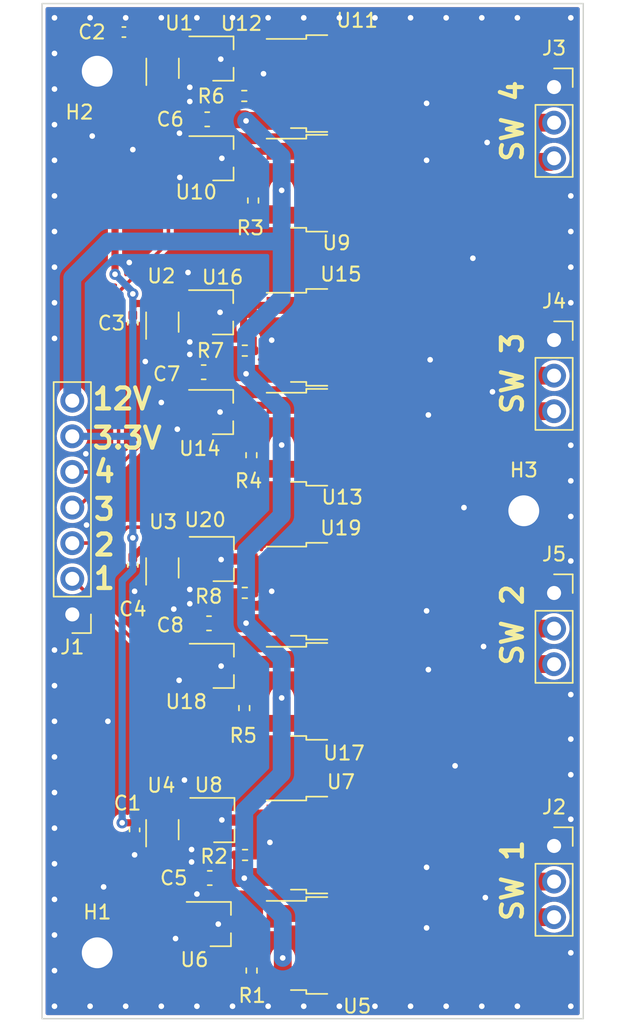
<source format=kicad_pcb>
(kicad_pcb (version 20211014) (generator pcbnew)

  (general
    (thickness 1.6)
  )

  (paper "A4")
  (layers
    (0 "F.Cu" signal)
    (31 "B.Cu" signal)
    (32 "B.Adhes" user "B.Adhesive")
    (33 "F.Adhes" user "F.Adhesive")
    (34 "B.Paste" user)
    (35 "F.Paste" user)
    (36 "B.SilkS" user "B.Silkscreen")
    (37 "F.SilkS" user "F.Silkscreen")
    (38 "B.Mask" user)
    (39 "F.Mask" user)
    (40 "Dwgs.User" user "User.Drawings")
    (41 "Cmts.User" user "User.Comments")
    (42 "Eco1.User" user "User.Eco1")
    (43 "Eco2.User" user "User.Eco2")
    (44 "Edge.Cuts" user)
    (45 "Margin" user)
    (46 "B.CrtYd" user "B.Courtyard")
    (47 "F.CrtYd" user "F.Courtyard")
    (48 "B.Fab" user)
    (49 "F.Fab" user)
    (50 "User.1" user)
    (51 "User.2" user)
    (52 "User.3" user)
    (53 "User.4" user)
    (54 "User.5" user)
    (55 "User.6" user)
    (56 "User.7" user)
    (57 "User.8" user)
    (58 "User.9" user)
  )

  (setup
    (stackup
      (layer "F.SilkS" (type "Top Silk Screen"))
      (layer "F.Paste" (type "Top Solder Paste"))
      (layer "F.Mask" (type "Top Solder Mask") (thickness 0.01))
      (layer "F.Cu" (type "copper") (thickness 0.035))
      (layer "dielectric 1" (type "core") (thickness 1.51) (material "FR4") (epsilon_r 4.5) (loss_tangent 0.02))
      (layer "B.Cu" (type "copper") (thickness 0.035))
      (layer "B.Mask" (type "Bottom Solder Mask") (thickness 0.01))
      (layer "B.Paste" (type "Bottom Solder Paste"))
      (layer "B.SilkS" (type "Bottom Silk Screen"))
      (copper_finish "None")
      (dielectric_constraints no)
    )
    (pad_to_mask_clearance 0)
    (aux_axis_origin 122.301 132.334)
    (pcbplotparams
      (layerselection 0x00010fc_ffffffff)
      (disableapertmacros false)
      (usegerberextensions false)
      (usegerberattributes true)
      (usegerberadvancedattributes true)
      (creategerberjobfile true)
      (svguseinch false)
      (svgprecision 6)
      (excludeedgelayer true)
      (plotframeref false)
      (viasonmask false)
      (mode 1)
      (useauxorigin false)
      (hpglpennumber 1)
      (hpglpenspeed 20)
      (hpglpendiameter 15.000000)
      (dxfpolygonmode true)
      (dxfimperialunits true)
      (dxfusepcbnewfont true)
      (psnegative false)
      (psa4output false)
      (plotreference true)
      (plotvalue true)
      (plotinvisibletext false)
      (sketchpadsonfab false)
      (subtractmaskfromsilk false)
      (outputformat 1)
      (mirror false)
      (drillshape 1)
      (scaleselection 1)
      (outputdirectory "")
    )
  )

  (net 0 "")
  (net 1 "+12V")
  (net 2 "GND")
  (net 3 "Net-(J2-Pad2)")
  (net 4 "Net-(J4-Pad2)")
  (net 5 "Net-(J5-Pad2)")
  (net 6 "Net-(R1-Pad2)")
  (net 7 "Net-(R2-Pad2)")
  (net 8 "Net-(R3-Pad2)")
  (net 9 "Net-(R4-Pad2)")
  (net 10 "Net-(R5-Pad2)")
  (net 11 "Net-(R6-Pad2)")
  (net 12 "Net-(R7-Pad2)")
  (net 13 "Net-(R8-Pad2)")
  (net 14 "Net-(J1-Pad5)")
  (net 15 "Net-(U1-Pad4)")
  (net 16 "+3V3")
  (net 17 "Net-(J1-Pad4)")
  (net 18 "Net-(U16-Pad1)")
  (net 19 "Net-(J1-Pad3)")
  (net 20 "Net-(U20-Pad1)")
  (net 21 "Net-(J1-Pad2)")
  (net 22 "Net-(U4-Pad4)")
  (net 23 "Net-(J2-Pad3)")
  (net 24 "Net-(J3-Pad3)")
  (net 25 "Net-(J4-Pad3)")
  (net 26 "Net-(J5-Pad3)")
  (net 27 "Net-(J3-Pad2)")

  (footprint "Capacitor_SMD:C_0603_1608Metric_Pad1.08x0.95mm_HandSolder" (layer "F.Cu") (at 134.0855 68.199 180))

  (footprint "Package_TO_SOT_SMD:SOT-23_Handsoldering" (layer "F.Cu") (at 135.1806 81.961))

  (footprint "Connector_PinSocket_2.54mm:PinSocket_1x03_P2.54mm_Vertical" (layer "F.Cu") (at 158.8266 101.976))

  (footprint "Package_TO_SOT_SMD:SOT-23_Handsoldering" (layer "F.Cu") (at 135.2286 99.553))

  (footprint "MountingHole:MountingHole_2.2mm_M2_DIN965_Pad" (layer "F.Cu") (at 126.238 127.635))

  (footprint "MountingHole:MountingHole_2.2mm_M2_DIN965_Pad" (layer "F.Cu") (at 126.238 64.77))

  (footprint "Package_TO_SOT_SMD:TO-252-2" (layer "F.Cu") (at 143.6216 83.7464))

  (footprint "Package_TO_SOT_SMD:SOT-23_Handsoldering" (layer "F.Cu") (at 135.2286 107.173))

  (footprint "Package_TO_SOT_SMD:SOT-23_Handsoldering" (layer "F.Cu") (at 135.2046 70.978))

  (footprint "Resistor_SMD:R_0402_1005Metric_Pad0.72x0.64mm_HandSolder" (layer "F.Cu") (at 137.3636 73.9885 90))

  (footprint "Package_TO_SOT_SMD:SOT-353_SC-70-5_Handsoldering" (layer "F.Cu") (at 130.8866 100.188 90))

  (footprint "Resistor_SMD:R_0402_1005Metric_Pad0.72x0.64mm_HandSolder" (layer "F.Cu") (at 136.7286 110.1835 90))

  (footprint "Capacitor_SMD:C_0603_1608Metric_Pad1.08x0.95mm_HandSolder" (layer "F.Cu") (at 133.8315 86.233 180))

  (footprint "MountingHole:MountingHole_2.2mm_M2_DIN965_Pad" (layer "F.Cu") (at 156.6672 96.1136))

  (footprint "Capacitor_SMD:C_0402_1005Metric_Pad0.74x0.62mm_HandSolder" (layer "F.Cu") (at 128.143 61.976 180))

  (footprint "Connector_PinHeader_2.54mm:PinHeader_1x07_P2.54mm_Vertical" (layer "F.Cu") (at 124.46 103.505 180))

  (footprint "Package_TO_SOT_SMD:SOT-353_SC-70-5_Handsoldering" (layer "F.Cu") (at 130.8866 82.662 90))

  (footprint "Package_TO_SOT_SMD:SOT-23_Handsoldering" (layer "F.Cu") (at 135.0172 125.587))

  (footprint "Package_TO_SOT_SMD:TO-252-2" (layer "F.Cu") (at 143.6216 72.756))

  (footprint "Package_TO_SOT_SMD:TO-252-2" (layer "F.Cu") (at 143.6216 90.874666))

  (footprint "Capacitor_SMD:C_0402_1005Metric_Pad0.74x0.62mm_HandSolder" (layer "F.Cu") (at 128.778 82.7365 -90))

  (footprint "Package_TO_SOT_SMD:SOT-353_SC-70-5_Handsoldering" (layer "F.Cu") (at 130.9016 64.561 90))

  (footprint "Connector_PinSocket_2.54mm:PinSocket_1x03_P2.54mm_Vertical" (layer "F.Cu") (at 158.8266 120.015))

  (footprint "Connector_PinSocket_2.54mm:PinSocket_1x03_P2.54mm_Vertical" (layer "F.Cu") (at 158.8266 65.898))

  (footprint "Resistor_SMD:R_0402_1005Metric_Pad0.72x0.64mm_HandSolder" (layer "F.Cu") (at 136.7661 101.966))

  (footprint "Resistor_SMD:R_0402_1005Metric_Pad0.72x0.64mm_HandSolder" (layer "F.Cu") (at 136.7661 84.694))

  (footprint "Resistor_SMD:R_0402_1005Metric_Pad0.72x0.64mm_HandSolder" (layer "F.Cu") (at 136.7286 66.533))

  (footprint "Capacitor_SMD:C_0603_1608Metric_Pad1.08x0.95mm_HandSolder" (layer "F.Cu") (at 134.2125 104.14 180))

  (footprint "Package_TO_SOT_SMD:SOT-23_Handsoldering" (layer "F.Cu") (at 135.1806 89.073))

  (footprint "Package_TO_SOT_SMD:TO-252-2" (layer "F.Cu") (at 143.6216 127.112))

  (footprint "Resistor_SMD:R_0402_1005Metric_Pad0.72x0.64mm_HandSolder" (layer "F.Cu") (at 137.2366 92.1495 90))

  (footprint "Package_TO_SOT_SMD:TO-252-2" (layer "F.Cu") (at 143.6216 65.645))

  (footprint "Package_TO_SOT_SMD:TO-252-2" (layer "F.Cu") (at 143.6216 101.8478))

  (footprint "Package_TO_SOT_SMD:SOT-23_Handsoldering" (layer "F.Cu") (at 135.2698 118.1702))

  (footprint "Resistor_SMD:R_0402_1005Metric_Pad0.72x0.64mm_HandSolder" (layer "F.Cu") (at 136.7831 120.6594))

  (footprint "Capacitor_SMD:C_0603_1608Metric_Pad1.08x0.95mm_HandSolder" (layer "F.Cu") (at 134.2655 122.301 180))

  (footprint "Package_TO_SOT_SMD:TO-252-2" (layer "F.Cu") (at 143.6216 119.9492))

  (footprint "Package_TO_SOT_SMD:SOT-23_Handsoldering" (layer "F.Cu") (at 135.2046 63.866))

  (footprint "Connector_PinSocket_2.54mm:PinSocket_1x03_P2.54mm_Vertical" (layer "F.Cu") (at 158.8266 83.937))

  (footprint "Capacitor_SMD:C_0402_1005Metric_Pad0.74x0.62mm_HandSolder" (layer "F.Cu") (at 128.905 118.872 -90))

  (footprint "Resistor_SMD:R_0402_1005Metric_Pad0.72x0.64mm_HandSolder" (layer "F.Cu") (at 137.2524 128.9011 90))

  (footprint "Capacitor_SMD:C_0402_1005Metric_Pad0.74x0.62mm_HandSolder" (layer "F.Cu") (at 128.778 100.0085 -90))

  (footprint "Package_TO_SOT_SMD:TO-252-2" (layer "F.Cu") (at 143.6216 108.993332))

  (footprint "Package_TO_SOT_SMD:SOT-353_SC-70-5_Handsoldering" (layer "F.Cu") (at 130.8866 118.857 90))

  (gr_rect (start 122.301 59.944) (end 160.909 132.334) (layer "Edge.Cuts") (width 0.1) (fill none) (tstamp 0dfd4f23-d76b-4837-8355-dcc44f29a5ac))
  (gr_text "12V" (at 128.016 88.138) (layer "F.SilkS") (tstamp 15fbd914-c45e-4580-b3b7-5fa94b1c21ba)
    (effects (font (size 1.5 1.5) (thickness 0.3)))
  )
  (gr_text "SW 1" (at 155.8544 122.4788 90) (layer "F.SilkS") (tstamp 23ad5eef-9c2a-4f8a-b7e4-a4b31bf86a41)
    (effects (font (size 1.5 1.5) (thickness 0.3)))
  )
  (gr_text "4" (at 126.746 93.3196) (layer "F.SilkS") (tstamp 2c0306d8-cf92-4712-baf1-beeb36e0dcd0)
    (effects (font (size 1.5 1.5) (thickness 0.3)))
  )
  (gr_text "SW 4" (at 155.8544 68.326 90) (layer "F.SilkS") (tstamp 51f99c4a-01a9-4074-ba1a-f3c089070e88)
    (effects (font (size 1.5 1.5) (thickness 0.3)))
  )
  (gr_text "SW 2" (at 155.8544 104.2416 90) (layer "F.SilkS") (tstamp 7ddbae88-4958-4893-9297-e1bbc0e850c5)
    (effects (font (size 1.5 1.5) (thickness 0.3)))
  )
  (gr_text "SW 3" (at 155.8544 86.3092 90) (layer "F.SilkS") (tstamp 8443d69a-8987-4ca4-9874-f7e711d36cf0)
    (effects (font (size 1.5 1.5) (thickness 0.3)))
  )
  (gr_text "3" (at 126.746 96.012) (layer "F.SilkS") (tstamp cc1f3708-6fc2-4b2c-b2ed-f41f3b5cc170)
    (effects (font (size 1.5 1.5) (thickness 0.3)))
  )
  (gr_text "2" (at 126.746 98.552) (layer "F.SilkS") (tstamp e194d524-828b-4593-96fa-4f2ddd982e75)
    (effects (font (size 1.5 1.5) (thickness 0.3)))
  )
  (gr_text "1" (at 126.746 100.9396) (layer "F.SilkS") (tstamp ea8e52c1-d85c-4fa7-a80f-8ec3374a3f08)
    (effects (font (size 1.5 1.5) (thickness 0.3)))
  )
  (gr_text "3.3V" (at 128.373143 90.932) (layer "F.SilkS") (tstamp ede38a35-337d-4ddd-bd9b-677128e7ea5d)
    (effects (font (size 1.5 1.5) (thickness 0.3)))
  )

  (segment (start 138.9716 74.586) (end 139.4216 75.036) (width 0.508) (layer "F.Cu") (net 1) (tstamp 043abbe3-7b0c-434b-a676-4bc980eb63d0))
  (segment (start 136.7436 86.233) (end 136.8556 86.345) (width 1.27) (layer "F.Cu") (net 1) (tstamp 0997e0d1-eab2-4c77-8f17-55200695e1b5))
  (segment (start 139.103 86.345) (end 139.4216 86.0264) (width 1.27) (layer "F.Cu") (net 1) (tstamp 0d8b102d-e91b-4d37-a03c-fa46b52fa0ee))
  (segment (start 135.128 122.301) (end 136.7182 122.301) (width 1.27) (layer "F.Cu") (net 1) (tstamp 15802541-60fa-4d5d-a7b3-fb674f6d10ae))
  (segment (start 139.0356 68.311) (end 139.4216 67.925) (width 1.27) (layer "F.Cu") (net 1) (tstamp 1dbd12fa-1ac4-4460-97b2-768096054e8b))
  (segment (start 136.8556 86.345) (end 139.103 86.345) (width 1.27) (layer "F.Cu") (net 1) (tstamp 289bc843-e2c0-470c-b16d-177e38cf1a37))
  (segment (start 139.3916 129.4986) (end 139.4882 129.5952) (width 0.508) (layer "F.Cu") (net 1) (tstamp 2a1e2e27-b6c8-4a01-b766-14d5d664e644))
  (segment (start 139.3956 75.01) (end 139.4216 75.036) (width 1.27) (layer "F.Cu") (net 1) (tstamp 407ab50a-39cc-4478-9732-7ed3e68f31da))
  (segment (start 136.1686 84.694) (end 136.1686 85.658) (width 0.508) (layer "F.Cu") (net 1) (tstamp 4db6379a-8318-4dc8-a811-51f56014c351))
  (segment (start 139.3956 91.425) (end 139.3956 93.128666) (width 1.27) (layer "F.Cu") (net 1) (tstamp 512f5862-6c45-4de5-9c6c-ca14a768d9f6))
  (segment (start 134.948 68.199) (end 136.7436 68.199) (width 1.27) (layer "F.Cu") (net 1) (tstamp 5408ce57-efd6-4c81-aeb9-371f8c2628c0))
  (segment (start 139.013934 92.747) (end 139.4216 93.154666) (width 0.508) (layer "F.Cu") (net 1) (tstamp 577da2a6-ad98-4862-9c3c-99f141706333))
  (segment (start 136.8556 68.311) (end 139.0356 68.311) (width 1.27) (layer "F.Cu") (net 1) (tstamp 608ccb82-ad93-4e4a-a93f-82d5a807b6fb))
  (segment (start 136.8406 104.14) (end 136.8556 104.125) (width 1.27) (layer "F.Cu") (net 1) (tstamp 62a09b4a-a7ac-4fb8-9879-ecd4aad2c9ca))
  (segment (start 139.4718 129.5788) (end 139.4882 129.5952) (width 1.27) (layer "F.Cu") (net 1) (tstamp 66ea9009-e121-4271-9ba9-b4872c0d4cf1))
  (segment (start 139.3956 73.264) (end 139.3956 75.01) (width 1.27) (layer "F.Cu") (net 1) (tstamp 6c466ccd-cd0b-401d-8c9d-7939fdc9fdcd))
  (segment (start 136.7286 110.781) (end 136.7806 110.781) (width 0.508) (layer "F.Cu") (net 1) (tstamp 6c5166d6-fccf-406c-bac3-7d424c2a68ac))
  (segment (start 139.3956 93.128666) (end 139.4216 93.154666) (width 1.27) (layer "F.Cu") (net 1) (tstamp 73f9a8a4-ecc2-49a9-b80d-3444224228d5))
  (segment (start 137.3636 74.586) (end 138.9716 74.586) (width 0.508) (layer "F.Cu") (net 1) (tstamp 7fc51b02-3f76-481a-9952-70423aa3fa3e))
  (segment (start 136.1686 85.658) (end 136.8556 86.345) (width 0.508) (layer "F.Cu") (net 1) (tstamp 80b9969f-2b23-4926-8ff0-e76c274a1ec0))
  (segment (start 136.1311 67.5865) (end 136.8556 68.311) (width 0.508) (layer "F.Cu") (net 1) (tstamp 892bfd57-7017-4c27-a507-dd0e52b0141d))
  (segment (start 134.694 86.233) (end 136.7436 86.233) (width 1.27) (layer "F.Cu") (net 1) (tstamp 8de5450c-1f4d-4a4b-ba45-d81b3fa94bcb))
  (segment (start 136.8108 122.2292) (end 136.7286 122.3114) (width 1.27) (layer "F.Cu") (net 1) (tstamp aa3c94bb-6621-42dd-b145-64ad0a1e824f))
  (segment (start 139.4718 128.001) (end 139.4718 129.5788) (width 1.27) (layer "F.Cu") (net 1) (tstamp abb9234f-8508-4670-9f04-dae7a609b51b))
  (segment (start 136.1856 121.7684) (end 136.7286 122.3114) (width 0.508) (layer "F.Cu") (net 1) (tstamp aeb77a42-4566-4135-8d83-4dee97296864))
  (segment (start 136.1686 103.438) (end 136.8556 104.125) (width 0.508) (layer "F.Cu") (net 1) (tstamp c2783d5b-5859-4b76-8572-5654c1a954c1))
  (segment (start 139.3956 109.459) (end 139.3956 111.247332) (width 1.27) (layer "F.Cu") (net 1) (tstamp c2b6c077-86b0-4496-9568-c49d7265fb63))
  (segment (start 136.7436 68.199) (end 136.8556 68.311) (width 1.27) (layer "F.Cu") (net 1) (tstamp cc443243-d5bd-486f-9838-d245020f45d1))
  (segment (start 137.2524 129.4986) (end 139.3916 129.4986) (width 0.508) (layer "F.Cu") (net 1) (tstamp cd0606b2-1386-4130-a216-866072832149))
  (segment (start 139.4188 104.125) (end 139.4216 104.1278) (width 1.27) (layer "F.Cu") (net 1) (tstamp cf245ea0-842a-4ee2-ad9f-f73c8061fb8e))
  (segment (start 136.8556 104.125) (end 139.4188 104.125) (width 1.27) (layer "F.Cu") (net 1) (tstamp cf2d619a-fde9-4ccd-af86-a8677218314b))
  (segment (start 136.7182 122.301) (end 136.7286 122.3114) (width 1.27) (layer "F.Cu") (net 1) (tstamp d18c6d7a-7ea7-481b-a545-9b0475ad239e))
  (segment (start 139.3956 111.247332) (end 139.4216 111.273332) (width 1.27) (layer "F.Cu") (net 1) (tstamp d1b26980-aa74-433f-82ec-8c30af015569))
  (segment (start 137.2366 92.747) (end 139.013934 92.747) (width 0.508) (layer "F.Cu") (net 1) (tstamp d4aba051-821b-4ef9-bd9b-a6e8387c7700))
  (segment (start 135.075 104.14) (end 136.8406 104.14) (width 1.27) (layer "F.Cu") (net 1) (tstamp d4ada29e-d5d6-413d-a2ba-2d4fb7eeaf43))
  (segment (start 137.272932 111.273332) (end 139.4216 111.273332) (width 0.508) (layer "F.Cu") (net 1) (tstamp dc866f1f-9d0b-498c-b332-85845ffec7b5))
  (segment (start 136.1856 120.6594) (end 136.1856 121.7684) (width 0.508) (layer "F.Cu") (net 1) (tstamp dd347858-5605-46ce-9b07-f55a372eced5))
  (segment (start 139.5108 122.2292) (end 136.8108 122.2292) (width 1.27) (layer "F.Cu") (net 1) (tstamp f0baa528-d57a-4f8d-be9d-469ed12ef6ba))
  (segment (start 136.1311 66.533) (end 136.1311 67.5865) (width 0.508) (layer "F.Cu") (net 1) (tstamp f793d9f8-9f5a-4d0a-9c50-9d129ad5d8f8))
  (segment (start 136.7806 110.781) (end 137.272932 111.273332) (width 0.508) (layer "F.Cu") (net 1) (tstamp f875eb44-2fcc-408e-9616-cc3280aad5b1))
  (segment (start 136.1686 101.966) (end 136.1686 103.438) (width 0.508) (layer "F.Cu") (net 1) (tstamp fb67a08c-aafd-4aae-b9a1-e316b3683fb2))
  (via (at 139.3956 91.425) (size 0.8) (drill 0.4) (layers "F.Cu" "B.Cu") (net 1) (tstamp 167384d3-1c3d-4967-a50e-15a2727abe66))
  (via (at 139.3956 109.459) (size 0.8) (drill 0.4) (layers "F.Cu" "B.Cu") (net 1) (tstamp 4a584cca-17b3-4c32-b623-42b6cbc6a35f))
  (via (at 136.8556 104.125) (size 0.8) (drill 0.4) (layers "F.Cu" "B.Cu") (net 1) (tstamp 4b0cd862-da3b-4b33-85b1-fbcaa54785e2))
  (via (at 139.4718 128.001) (size 0.8) (drill 0.4) (layers "F.Cu" "B.Cu") (net 1) (tstamp 6c2b9a2e-1583-4282-8209-5680aa813dbe))
  (via (at 136.8556 68.311) (size 0.8) (drill 0.4) (layers "F.Cu" "B.Cu") (net 1) (tstamp 74ba2513-0fe6-4ca0-91c0-c3e421487501))
  (via (at 139.3956 73.264) (size 0.8) (drill 0.4) (layers "F.Cu" "B.Cu") (net 1) (tstamp 963fb7e8-b40b-4517-b8d9-678ca432dafe))
  (via (at 136.7286 122.3114) (size 0.8) (drill 0.4) (layers "F.Cu" "B.Cu") (net 1) (tstamp ce96ff90-fd94-4446-9756-302c963c0688))
  (via (at 136.8556 86.345) (size 0.8) (drill 0.4) (layers "F.Cu" "B.Cu") (net 1) (tstamp ec729b50-3bbc-4a71-8b00-7dcb53f52ad2))
  (segment (start 139.3956 109.459) (end 139.3956 114.8584) (width 1.27) (layer "B.Cu") (net 1) (tstamp 1b06c79b-ad81-4135-b4a8-36267eabd108))
  (segment (start 136.8556 68.311) (end 139.3956 70.851) (width 1.27) (layer "B.Cu") (net 1) (tstamp 3bbbac11-f405-4861-9140-2735f84b4d0c))
  (segment (start 139.3956 80.9494) (end 136.8556 83.4894) (width 1.27) (layer "B.Cu") (net 1) (tstamp 3daf67ef-0484-499c-9f00-a2a39f38824c))
  (segment (start 139.3956 96.4434) (end 136.8556 98.9834) (width 1.27) (layer "B.Cu") (net 1) (tstamp 491e55fc-51fc-4d31-85e3-beaf7a65795d))
  (segment (start 136.7286 117.5254) (end 136.7286 122.3114) (width 1.27) (layer "B.Cu") (net 1) (tstamp 49bf50af-cd41-4ad7-9661-9a00d843c4ac))
  (segment (start 139.3956 76.9116) (end 139.3956 80.9494) (width 1.27) (layer "B.Cu") (net 1) (tstamp 59a77055-cbf1-4b7a-9d4c-1e77e908fea4))
  (segment (start 139.3956 73.264) (end 139.3956 76.9116) (width 1.27) (layer "B.Cu") (net 1) (tstamp 62068e3c-0c8b-4c5f-a6c8-55ea90f1b9df))
  (segment (start 136.7286 122.3114) (end 139.4718 125.0546) (width 1.27) (layer "B.Cu") (net 1) (tstamp 6f06f01a-30a9-4bca-84a0-e697a88b32ea))
  (segment (start 139.3956 76.9116) (end 127.0504 76.9116) (width 1.27) (layer "B.Cu") (net 1) (tstamp 6f6a343d-2661-450b-9578-093ca5a0e815))
  (segment (start 136.8556 86.345) (end 139.3956 88.885) (width 1.27) (layer "B.Cu") (net 1) (tstamp 75c3847d-deb5-4939-8413-694c38401b76))
  (segment (start 139.3956 106.665) (end 139.3956 109.459) (width 1.27) (layer "B.Cu") (net 1) (tstamp 773f9e73-5da8-4fa6-8830-e2f77bb6c669))
  (segment (start 139.3956 91.425) (end 139.3956 96.4434) (width 1.27) (layer "B.Cu") (net 1) (tstamp 93220df8-97de-43cf-9164-4c758758e37c))
  (segment (start 136.8556 83.4894) (end 136.8556 86.345) (width 1.27) (layer "B.Cu") (net 1) (tstamp 96c4d2bc-3f01-47a8-83d2-2341ca4ce4b3))
  (segment (start 127.0504 76.9116) (end 124.46 79.502) (width 1.27) (layer "B.Cu") (net 1) (tstamp 9e63e8dd-39fb-4e4c-8602-25e4c0d057e6))
  (segment (start 139.3956 114.8584) (end 136.7286 117.5254) (width 1.27) (layer "B.Cu") (net 1) (tstamp a599cffe-c329-403e-ad89-ba10a8527c79))
  (segment (start 139.3956 70.851) (end 139.3956 73.264) (width 1.27) (layer "B.Cu") (net 1) (tstamp aa53a198-fcb0-4b88-958c-d2a44324208e))
  (segment (start 139.3956 88.885) (end 139.3956 91.425) (width 1.27) (layer "B.Cu") (net 1) (tstamp e6ff2c05-8078-4d54-9485-91c440270443))
  (segment (start 124.46 79.502) (end 124.46 88.265) (width 1.27) (layer "B.Cu") (net 1) (tstamp f1ab5756-adc7-46ed-897c-e4b602ecf483))
  (segment (start 136.8556 98.9834) (end 136.8556 104.125) (width 1.27) (layer "B.Cu") (net 1) (tstamp f56542e5-0714-43f5-9cb2-3a8c64df777e))
  (segment (start 136.8556 104.125) (end 139.3956 106.665) (width 1.27) (layer "B.Cu") (net 1) (tstamp fa187fba-e57b-48ea-9317-77954da67350))
  (segment (start 139.4718 125.0546) (end 139.4718 128.001) (width 1.27) (layer "B.Cu") (net 1) (tstamp fe358562-b95f-431d-b434-2a199a87b501))
  (via (at 123.19 60.96) (size 0.8) (drill 0.4) (layers "F.Cu" "B.Cu") (free) (net 2) (tstamp 00515602-c95e-438f-8f37-78f59667b015))
  (via (at 160.02 109.22) (size 0.8) (drill 0.4) (layers "F.Cu" "B.Cu") (free) (net 2) (tstamp 00f33260-a943-4dc2-8301-033d7cd47f1c))
  (via (at 123.19 66.04) (size 0.8) (drill 0.4) (layers "F.Cu" "B.Cu") (free) (net 2) (tstamp 085a7623-6df9-476c-a4db-627b28dc0220))
  (via (at 160.02 96.52) (size 0.8) (drill 0.4) (layers "F.Cu" "B.Cu") (free) (net 2) (tstamp 0a63d342-7ecf-4f8d-ad39-68d3f54f38e9))
  (via (at 138.43 60.96) (size 0.8) (drill 0.4) (layers "F.Cu" "B.Cu") (free) (net 2) (tstamp 0e8ac5b7-6b67-4395-a689-10528bba2324))
  (via (at 123.19 78.74) (size 0.8) (drill 0.4) (layers "F.Cu" "B.Cu") (free) (net 2) (tstamp 0f25dcba-a97d-4ab6-ac96-5fed741cd5cb))
  (via (at 132.969 120.269) (size 0.8) (drill 0.4) (layers "F.Cu" "B.Cu") (free) (net 2) (tstamp 0f6362bb-f473-4023-98f5-1c4ea79a23be))
  (via (at 153.67 131.445) (size 0.8) (drill 0.4) (layers "F.Cu" "B.Cu") (free) (net 2) (tstamp 1098c13b-2ee8-42ef-96ae-200cb4180a63))
  (via (at 154.432 87.63) (size 0.8) (drill 0.4) (layers "F.Cu" "B.Cu") (free) (net 2) (tstamp 10b1a52f-35c8-45b5-bce4-8999ae1a5a10))
  (via (at 123.19 63.5) (size 0.8) (drill 0.4) (layers "F.Cu" "B.Cu") (free) (net 2) (tstamp 12ef0e2f-71a6-4a25-a31f-390523c25a32))
  (via (at 123.19 126.365) (size 0.8) (drill 0.4) (layers "F.Cu" "B.Cu") (free) (net 2) (tstamp 15f2de2c-7d7d-4283-8467-9ec48fa83481))
  (via (at 131.953 90.297) (size 0.8) (drill 0.4) (layers "F.Cu" "B.Cu") (free) (net 2) (tstamp 15fefffa-fe74-4824-901e-b26904735865))
  (via (at 160.02 60.96) (size 0.8) (drill 0.4) (layers "F.Cu" "B.Cu") (free) (net 2) (tstamp 16a7e2e8-4848-4c97-adc8-70f927f5ef47))
  (via (at 140.97 60.96) (size 0.8) (drill 0.4) (layers "F.Cu" "B.Cu") (free) (net 2) (tstamp 16d04bb0-528e-44f8-8bb3-2f4e4e104593))
  (via (at 156.21 60.96) (size 0.8) (drill 0.4) (layers "F.Cu" "B.Cu") (free) (net 2) (tstamp 1ab445b0-de18-4708-a197-52fd13f38efa))
  (via (at 123.19 121.285) (size 0.8) (drill 0.4) (layers "F.Cu" "B.Cu") (free) (net 2) (tstamp 1b872ec2-1e7e-46ef-a86a-e7222cb59c85))
  (via (at 125.4252 92.0496) (size 0.8) (drill 0.4) (layers "F.Cu" "B.Cu") (free) (net 2) (tstamp 1c29d939-6905-437a-8dd9-3573d2b89dc5))
  (via (at 160.02 114.935) (size 0.8) (drill 0.4) (layers "F.Cu" "B.Cu") (free) (net 2) (tstamp 1db562b6-dbe5-4476-81c0-ba27d8b0117a))
  (via (at 134.874 125.587) (size 0.8) (drill 0.4) (layers "F.Cu" "B.Cu") (free) (net 2) (tstamp 253f94d2-2f07-4a94-95b1-f3404ab7cb7f))
  (via (at 135.89 131.445) (size 0.8) (drill 0.4) (layers "F.Cu" "B.Cu") (free) (net 2) (tstamp 25d2790e-dbf2-4fa1-aa94-81cee2e1be5a))
  (via (at 128.27 131.445) (size 0.8) (drill 0.4) (layers "F.Cu" "B.Cu") (free) (net 2) (tstamp 28367da2-2e3a-457e-a8ff-f475b4cb0c38))
  (via (at 135.128 70.978) (size 0.8) (drill 0.4) (layers "F.Cu" "B.Cu") (free) (net 2) (tstamp 2f319c5b-c153-4f3c-a1b2-eacf78421941))
  (via (at 149.733 125.857) (size 0.8) (drill 0.4) (layers "F.Cu" "B.Cu") (free) (net 2) (tstamp 2f3436bb-a809-4efb-8ee1-d467c93939d0))
  (via (at 123.19 108.585) (size 0.8) (drill 0.4) (layers "F.Cu" "B.Cu") (free) (net 2) (tstamp 30f15078-5414-47f9-a362-4aa5cd3d1df1))
  (via (at 132.969 121.158) (size 0.8) (drill 0.4) (layers "F.Cu" "B.Cu") (free) (net 2) (tstamp 31f04cac-3c84-43c2-90e6-d1ec7f6b1d10))
  (via (at 123.19 71.12) (size 0.8) (drill 0.4) (layers "F.Cu" "B.Cu") (free) (net 2) (tstamp 32e2d899-1b46-4d3c-bfa4-6d87df300f95))
  (via (at 128.905 120.65) (size 0.8) (drill 0.4) (layers "F.Cu" "B.Cu") (free) (net 2) (tstamp 3491ccd3-484e-4cbb-81a8-484469a28c65))
  (via (at 160.02 91.44) (size 0.8) (drill 0.4) (layers "F.Cu" "B.Cu") (free) (net 2) (tstamp 35679783-3e1a-45a6-aca1-1844ebabf483))
  (via (at 148.59 131.445) (size 0.8) (drill 0.4) (layers "F.Cu" "B.Cu") (free) (net 2) (tstamp 356b9752-1bdd-4f55-bf89-80b2b0a168b9))
  (via (at 123.19 111.125) (size 0.8) (drill 0.4) (layers "F.Cu" "B.Cu") (free) (net 2) (tstamp 3805fc36-b64e-410c-94cd-de6ffaf85a74))
  (via (at 160.02 99.695) (size 0.8) (drill 0.4) (layers "F.Cu" "B.Cu") (free) (net 2) (tstamp 3a300370-3a72-4907-8100-14a3561b675c))
  (via (at 149.733 67.056) (size 0.8) (drill 0.4) (layers "F.Cu" "B.Cu") (free) (net 2) (tstamp 3ad1d990-828c-48b5-aedd-de968140fbbc))
  (via (at 143.51 131.445) (size 0.8) (drill 0.4) (layers "F.Cu" "B.Cu") (free) (net 2) (tstamp 3ce51da6-5163-47f3-b1fc-99105c4e98da))
  (via (at 156.21 131.445) (size 0.8) (drill 0.4) (layers "F.Cu" "B.Cu") (free) (net 2) (tstamp 3d68d5f6-8afc-4dcf-a2a0-7911a57b15b1))
  (via (at 123.19 118.745) (size 0.8) (drill 0.4) (layers "F.Cu" "B.Cu") (free) (net 2) (tstamp 3ead327f-9f3b-4a62-957b-9bc137d76ec2))
  (via (at 138.684 83.947) (size 0.8) (drill 0.4) (layers "F.Cu" "B.Cu") (free) (net 2) (tstamp 43fb6854-a44b-401b-9bfa-71dbd117f1b9))
  (via (at 130.81 131.445) (size 0.8) (drill 0.4) (layers "F.Cu" "B.Cu") (free) (net 2) (tstamp 45bcf250-8a4c-450e-91ac-34a3d7a73405))
  (via (at 146.05 131.445) (size 0.8) (drill 0.4) (layers "F.Cu" "B.Cu") (free) (net 2) (tstamp 46670010-6469-42d2-a5a9-e29e830de528))
  (via (at 143.51 60.96) (size 0.8) (drill 0.4) (layers "F.Cu" "B.Cu") (free) (net 2) (tstamp 490dfd63-f471-4a37-8fa2-0a38e9b2768b))
  (via (at 160.02 118.11) (size 0.8) (drill 0.4) (layers "F.Cu" "B.Cu") (free) (net 2) (tstamp 4bfd6bcb-acfa-4624-8be0-3d7349a11411))
  (via (at 153.67 60.96) (size 0.8) (drill 0.4) (layers "F.Cu" "B.Cu") (free) (net 2) (tstamp 4e35eaa2-67fe-46d5-ae31-d0853a82f70f))
  (via (at 133.35 131.445) (size 0.8) (drill 0.4) (layers "F.Cu" "B.Cu") (free) (net 2) (tstamp 51099f4a-7734-474c-bc43-4063da914c9b))
  (via (at 123.19 113.665) (size 0.8) (drill 0.4) (layers "F.Cu" "B.Cu") (free) (net 2) (tstamp 546c696e-be0c-4ae9-9ca5-acfa353b9790))
  (via (at 149.733 71.12) (size 0.8) (drill 0.4) (layers "F.Cu" "B.Cu") (free) (net 2) (tstamp 55e0e678-6784-4387-ae11-1f93dbc08c4f))
  (via (at 131.699 103.124) (size 0.8) (drill 0.4) (layers "F.Cu" "B.Cu") (free) (net 2) (tstamp 57850710-c9d7-4a48-927d-8e688f331a82))
  (via (at 153.924 123.698) (size 0.8) (drill 0.4) (layers "F.Cu" "B.Cu") (free) (net 2) (tstamp 585272c9-0300-4b06-8f13-3cd56ab2b7da))
  (via (at 152.4 95.885) (size 0.8) (drill 0.4) (layers "F.Cu" "B.Cu") (free) (net 2) (tstamp 58cd5928-fa59-4150-82aa-162cf755c266))
  (via (at 127 111.125) (size 0.8) (drill 0.4) (layers "F.Cu" "B.Cu") (free) (net 2) (tstamp 5c315ef5-50c0-48a2-b190-1dc17897dad2))
  (via (at 132.1308 72.3392) (size 0.8) (drill 0.4) (layers "F.Cu" "B.Cu") (free) (net 2) (tstamp 600b1d67-9e9d-471f-9336-46ab45e270f9))
  (via (at 160.02 78.74) (size 0.8) (drill 0.4) (layers "F.Cu" "B.Cu") (free) (net 2) (tstamp 6623c51c-687b-45df-adca-6cb70527b9d3))
  (via (at 135.0518 63.9064) (size 0.8) (drill 0.4) (layers "F.Cu" "B.Cu") (free) (net 2) (tstamp 675e5820-9a6d-4d83-bdf8-ceb1bb726048))
  (via (at 160.02 76.2) (size 0.8) (drill 0.4) (layers "F.Cu" "B.Cu") (free) (net 2) (tstamp 695fcc66-a8c4-47cd-8020-3051f8f24bb6))
  (via (at 123.19 131.445) (size 0.8) (drill 0.4) (layers "F.Cu" "B.Cu") (free) (net 2) (tstamp 6ac1575c-dc2e-492a-83c8-468128ed0f33))
  (via (at 149.733 121.539) (size 0.8) (drill 0.4) (layers "F.Cu" "B.Cu") (free) (net 2) (tstamp 6bf8e1ab-3a13-49ea-b438-db98bf321d0b))
  (via (at 131.826 126.619) (size 0.8) (drill 0.4) (layers "F.Cu" "B.Cu") (free) (net 2) (tstamp 6d4808a2-b363-4d8a-9cdb-a051943c9f59))
  (via (at 125.73 131.445) (size 0.8) (drill 0.4) (layers "F.Cu" "B.Cu") (free) (net 2) (tstamp 72b1f3fb-7c08-4e95-907e-10f3239c0fc6))
  (via (at 132.842 101.727) (size 0.8) (drill 0.4) (layers "F.Cu" "B.Cu") (free) (net 2) (tstamp 73de8119-bdf2-4e7c-9748-2b3d5e8ad893))
  (via (at 129.667 85.471) (size 0.8) (drill 0.4) (layers "F.Cu" "B.Cu") (free) (net 2) (tstamp 74222bd4-ac24-4b38-9d30-c54d0ad29d11))
  (via (at 132.08 108.204) (size 0.8) (drill 0.4) (layers "F.Cu" "B.Cu") (free) (net 2) (tstamp 7742f454-4fab-4a6c-b35a-56eb0a4dd986))
  (via (at 160.02 93.98) (size 0.8) (drill 0.4) (layers "F.Cu" "B.Cu") (free) (net 2) (tstamp 793e3988-d4c4-4e0f-b13f-07b26944cb74))
  (via (at 132.461 115.316) (size 0.8) (drill 0.4) (layers "F.Cu" "B.Cu") (free) (net 2) (tstamp 7beb2170-d7ca-4d27-b748-3e4e7fdfe0a4))
  (via (at 126.6952 122.936) (size 0.8) (drill 0.4) (layers "F.Cu" "B.Cu") (free) (net 2) (tstamp 7e576201-b2f5-4ed3-a092-ec058d93fb58))
  (via (at 146.05 60.96) (size 0.8) (drill 0.4) (layers "F.Cu" "B.Cu") (free) (net 2) (tstamp 7f02fc15-126f-493c-b73f-bec2b5b28acd))
  (via (at 132.842 66.929) (size 0.8) (drill 0.4) (layers "F.Cu" "B.Cu") (free) (net 2) (tstamp 7feaa1fd-51c1-416a-970f-45fba828fc45))
  (via (at 135.128 118.1608) (size 0.8) (drill 0.4) (layers "F.Cu" "B.Cu") (free) (net 2) (tstamp 80da0f7e-f359-40d2-8f13-b21c87a1ba74))
  (via (at 133.35 60.96) (size 0.8) (drill 0.4) (layers "F.Cu" "B.Cu") (free) (net 2) (tstamp 81d5a976-6d77-4429-ac4e-b04bfa63d84a))
  (via (at 123.19 123.825) (size 0.8) (drill 0.4) (layers "F.Cu" "B.Cu") (free) (net 2) (tstamp 83849a15-a612-4912-b28c-fb0e88c1dcdb))
  (via (at 133.35 123.444) (size 0.8) (drill 0.4) (layers "F.Cu" "B.Cu") (free) (net 2) (tstamp 8c3286cf-4575-4220-b974-bb3453599084))
  (via (at 132.842 84.074) (size 0.8) (drill 0.4) (layers "F.Cu" "B.Cu") (free) (net 2) (tstamp 8f199c4b-a09b-487b-991a-8cad896a71d0))
  (via (at 123.19 76.2) (size 0.8) (drill 0.4) (layers "F.Cu" "B.Cu") (free) (net 2) (tstamp 9045c35c-8bcc-45fe-a1e7-4a098a688529))
  (via (at 130.81 60.96) (size 0.8) (drill 0.4) (layers "F.Cu" "B.Cu") (free) (net 2) (tstamp 90596386-42c9-4c9b-8470-240910776cc3))
  (via (at 160.02 81.28) (size 0.8) (drill 0.4) (layers "F.Cu" "B.Cu") (free) (net 2) (tstamp 909b0d22-5e8a-49c2-a4be-d1d33e21bc83))
  (via (at 135.001 89.073) (size 0.8) (drill 0.4) (layers "F.Cu" "B.Cu") (free) (net 2) (tstamp 90bb936d-0b4f-4151-9870-832144a0a699))
  (via (at 135.0772 107.188) (size 0.8) (drill 0.4) (layers "F.Cu" "B.Cu") (free) (net 2) (tstamp 92b49838-3d05-4935-b038-616e1d88c2e9))
  (via (at 138.0998 64.9478) (size 0.8) (drill 0.4) (layers "F.Cu" "B.Cu") (free) (net 2) (tstamp 99765f38-8043-4bff-ac63-770ec6d8d4a0))
  (via (at 160.02 131.445) (size 0.8) (drill 0.4) (layers "F.Cu" "B.Cu") (free) (net 2) (tstamp 9bb1a6dc-20ad-41c2-808c-660dca4eeb42))
  (via (at 128.778 70.358) (size 0.8) (drill 0.4) (layers "F.Cu" "B.Cu") (free) (net 2) (tstamp 9d4803a4-766e-4201-a9de-0aa785fc1f82))
  (via (at 125.8824 69.3928) (size 0.8) (drill 0.4) (layers "F.Cu" "B.Cu") (free) (net 2) (tstamp a1196d77-1eab-4fcb-8b38-b608ba20e05d))
  (via (at 160.02 73.66) (size 0.8) (drill 0.4) (layers "F.Cu" "B.Cu") (free) (net 2) (tstamp a3a15566-b738-4ac3-b884-5af04ad8a233))
  (via (at 149.987 85.344) (size 0.8) (drill 0.4) (layers "F.Cu" "B.Cu") (free) (net 2) (tstamp a8d0c3b8-1bc8-4e3a-948c-56fb450cc7f7))
  (via (at 153.797 105.791) (size 0.8) (drill 0.4) (layers "F.Cu" "B.Cu") (free) (net 2) (tstamp aab55399-d7c4-4855-a16a-5e57573f26d2))
  (via (at 135.001 81.961) (size 0.8) (drill 0.4) (layers "F.Cu" "B.Cu") (free) (net 2) (tstamp b0eeed47-739f-49dc-b9fd-f7ef569b6285))
  (via (at 135.0772 99.5934) (size 0.8) (drill 0.4) (layers "F.Cu" "B.Cu") (free) (net 2) (tstamp b1c7c70f-6401-423e-a59c-805f25b70a1f))
  (via (at 148.59 60.96) (size 0.8) (drill 0.4) (layers "F.Cu" "B.Cu") (free) (net 2) (tstamp b345f54c-ba20-4610-a434-39efcb1431d6))
  (via (at 123.19 68.58) (size 0.8) (drill 0.4) (layers "F.Cu" "B.Cu") (free) (net 2) (tstamp b5451707-d103-45b7-a0e2-5e556ff5051c))
  (via (at 128.905 101.854) (size 0.8) (drill 0.4) (layers "F.Cu" "B.Cu") (free) (net 2) (tstamp bb1b1b08-5d8a-43df-a42a-69bc13593b2d))
  (via (at 128.524 78.4098) (size 0.8) (drill 0.4) (layers "F.Cu" "B.Cu") (free) (net 2) (tstamp bb4f1cd2-ee74-46bd-bdab-8e54b06d46dd))
  (via (at 123.19 73.66) (size 0.8) (drill 0.4) (layers "F.Cu" "B.Cu") (free) (net 2) (tstamp bea24438-b621-4d3f-a43a-7b34668a26db))
  (via (at 153.035 78.105) (size 0.8) (drill 0.4) (layers "F.Cu" "B.Cu") (free) (net 2) (tstamp bf7d1056-3620-4eeb-8ea1-7bd33fcfbc4a))
  (via (at 132.842 65.913) (size 0.8) (drill 0.4) (layers "F.Cu" "B.Cu") (free) (net 2) (tstamp c24cb719-9120-4a95-bfbd-993e5c95b64c))
  (via (at 138.557 119.761) (size 0.8) (drill 0.4) (layers "F.Cu" "B.Cu") (free) (net 2) (tstamp c2b7b60a-6985-4d0d-9fc9-afc4f97fc1ff))
  (via (at 135.89 60.96) (size 0.8) (drill 0.4) (layers "F.Cu" "B.Cu") (free) (net 2) (tstamp c2d4c46e-211e-48ca-943e-fc0b24c94174))
  (via (at 149.733 103.251) (size 0.8) (drill 0.4) (layers "F.Cu" "B.Cu") (free) (net 2) (tstamp cfd10e03-6c5e-447d-87d1-0c4f217f6714))
  (via (at 151.13 131.445) (size 0.8) (drill 0.4) (layers "F.Cu" "B.Cu") (free) (net 2) (tstamp d4186a31-e283-49c1-8aaf-295e1e662692))
  (via (at 132.1054 69.1896) (size 0.8) (drill 0.4) (layers "F.Cu" "B.Cu") (free) (net 2) (tstamp d44b7d1e-4a7f-48be-9ddc-eca40574c18b))
  (via (at 123.19 106.045) (size 0.8) (drill 0.4) (layers "F.Cu" "B.Cu") (free) (net 2) (tstamp d63e4af4-d45b-40e7-93f1-0cae8010bcf6))
  (via (at 125.73 60.96) (size 0.8) (drill 0.4) (layers "F.Cu" "B.Cu") (free) (net 2) (tstamp d84a6f7f-7db3-4e1d-9030-f717943b5b69))
  (via (at 123.19 116.205) (size 0.8) (drill 0.4) (layers "F.Cu" "B.Cu") (free) (net 2) (tstamp dba4659c-e152-4316-b5cc-37833cabe221))
  (via (at 123.19 81.28) (size 0.8) (drill 0.4) (layers "F.Cu" "B.Cu") (free) (net 2) (tstamp dc5471e9-6126-46a0-9266-5acf92a1c0fa))
  (via (at 132.842 102.743) (size 0.8) (drill 0.4) (layers "F.Cu" "B.Cu") (free) (net 2) (tstamp dc75a219-cf05-48b9-a6eb-84349b258da3))
  (via (at 132.715 79.121) (size 0.8) (drill 0.4) (layers "F.Cu" "B.Cu") (free) (net 2) (tstamp e0c21f8b-5f67-44df-a2c3-928581e4a57f))
  (via (at 151.765 114.3) (size 0.8) (drill 0.4) (layers "F.Cu" "B.Cu") (free) (net 2) (tstamp e6bb0257-79b7-4df4-b669-3b46144c5358))
  (via (at 138.684 101.854) (size 0.8) (drill 0.4) (layers "F.Cu" "B.Cu") (free) (net 2) (tstamp e7384fd0-71b9-48cc-82c2-9da2fcfc3d43))
  (via (at 149.86 89.281) (size 0.8) (drill 0.4) (layers "F.Cu" "B.Cu") (free) (net 2) (tstamp e75d9772-bbe0-42d6-8bd2-ad693ad33e5d))
  (via (at 154.051 69.85) (size 0.8) (drill 0.4) (layers "F.Cu" "B.Cu") (free) (net 2) (tstamp e7be061b-62b2-418a-aa4d-848a73048872))
  (via (at 132.842 84.963) (size 0.8) (drill 0.4) (layers "F.Cu" "B.Cu") (free) (net 2) (tstamp e9a8a878-2683-4857-9f5e-e9ce5b45c967))
  (via (at 160.02 127.635) (size 0.8) (drill 0.4) (layers "F.Cu" "B.Cu") (free) (net 2) (tstamp ea0d500b-a209-4a5b-b9a2-d33dd5c4dd62))
  (via (at 149.86 107.442) (size 0.8) (drill 0.4) (layers "F.Cu" "B.Cu") (free) (net 2) (tstamp ed850fe7-0f7e-44e8-bc70-5129a604b423))
  (via (at 123.19 128.905) (size 0.8) (drill 0.4) (layers "F.Cu" "B.Cu") (free) (net 2) (tstamp f1fc0c88-45a7-473f-a1cb-71b64add74ce))
  (via (at 128.27 60.96) (size 0.8) (drill 0.4) (layers "F.Cu" "B.Cu") (free) (net 2) (tstamp f31a33da-3a2d-42f2-9d2c-a3545f676854))
  (via (at 151.13 60.96) (size 0.8) (drill 0.4) (layers "F.Cu" "B.Cu") (free) (net 2) (tstamp f3749363-f4f8-477e-aabf-54d781057d51))
  (via (at 125.476 97.1296) (size 0.8) (drill 0.4) (layers "F.Cu" "B.Cu") (free) (net 2) (tstamp f376bdc1-c6fc-4af9-951d-c877c0810434))
  (via (at 140.97 131.445) (size 0.8) (drill 0.4) (layers "F.Cu" "B.Cu") (free) (net 2) (tstamp f558e978-1549-4f3c-97c8-da831957e7fc))
  (via (at 130.81 88.392) (size 0.8) (drill 0.4) (layers "F.Cu" "B.Cu") (free) (net 2) (tstamp f6e6642b-af1f-43f0-bc1d-efd3e0685be4))
  (via (at 138.43 131.445) (size 0.8) (drill 0.4) (layers "F.Cu" "B.Cu") (free) (net 2) (tstamp fc7d083b-77ee-4623-999e-2ca58f35938c))
  (via (at 160.02 112.395) (size 0.8) (drill 0.4) (layers "F.Cu" "B.Cu") (free) (net 2) (tstamp fe3657cf-0903-4362-ac15-1c9c46915e85))
  (via (at 123.19 83.82) (size 0.8) (drill 0.4) (layers "F.Cu" "B.Cu") (free) (net 2) (tstamp ff5d50d4-6089-4b0a-8ebb-11199f93bc12))
  (segment (start 155.692 122.555) (end 153.0862 119.9492) (width 1.27) (layer "F.Cu") (net 3) (tstamp 09325e2f-b94c-482e-9d11-1ac44b70af4b))
  (segment (start 159.004 122.555) (end 155.692 122.555) (width 1.27) (layer "F.Cu") (net 3) (tstamp 0c5aee7a-9202-4e76-be70-d6bf90688131))
  (segment (start 153.0862 119.9492) (end 145.8108 119.9492) (width 1.27) (layer "F.Cu") (net 3) (tstamp 78693b53-1c3f-457d-abd1-dea3bfed2216))
  (segment (start 145.7216 83.7464) (end 153.307 83.7464) (width 1.27) (layer "F.Cu") (net 4) (tstamp 60d59e0a-d151-4bd0-a65d-1ef5957ed500))
  (segment (start 156.0376 86.477) (end 158.8266 86.477) (width 1.27) (layer "F.Cu") (net 4) (tstamp b1a348be-c1b6-4a4c-97a1-3f7aaa67c8c1))
  (segment (start 153.307 83.7464) (end 156.0376 86.477) (width 1.27) (layer "F.Cu") (net 4) (tstamp b425c87b-44d7-4ff8-a03c-ed51723fc4e4))
  (segment (start 145.7216 101.8478) (end 152.4854 101.8478) (width 1.27) (layer "F.Cu") (net 5) (tstamp 2ada47b0-ba17-4c88-8aa6-961266442afe))
  (segment (start 152.4854 101.8478) (end 155.1536 104.516) (width 1.27) (layer "F.Cu") (net 5) (tstamp 595f1b2c-3f89-47f4-a1fb-9a2c6a455376))
  (segment (start 155.1536 104.516) (end 158.8266 104.516) (width 1.27) (layer "F.Cu") (net 5) (tstamp d711feb7-16ed-4131-8607-52ccadd6f33e))
  (segment (start 137.2524 128.3036) (end 137.2524 126.0274) (width 0.508) (layer "F.Cu") (net 6) (tstamp 27e1c24b-2400-4553-a8ee-37d91e365088))
  (segment (start 136.5172 125.587) (end 137.6928 125.587) (width 0.508) (layer "F.Cu") (net 6) (tstamp 7b0f66ab-df6d-428b-be6a-cb4f4a4332e4))
  (segment (start 137.6928 125.587) (end 138.9364 125.587) (width 0.508) (layer "F.Cu") (net 6) (tstamp 9ac0ee09-fa59-46c4-b51e-f9f8fe5422fd))
  (segment (start 138.9364 125.587) (end 139.4882 125.0352) (width 0.508) (layer "F.Cu") (net 6) (tstamp ce85d253-dff2-4d91-b011-12075529d798))
  (segment (start 137.2524 126.0274) (end 137.6928 125.587) (width 0.508) (layer "F.Cu") (net 6) (tstamp e473b843-b718-4ff5-8bb5-9a68be9dbe11))
  (segment (start 137.3806 120.6594) (end 137.3806 118.7638) (width 0.508) (layer "F.Cu") (net 7) (tstamp 154dd381-603e-4fb8-b537-ecdb9720650a))
  (segment (start 137.389 118.7554) (end 137.389 117.7874) (width 0.508) (layer "F.Cu") (net 7) (tstamp 6b5aa715-f493-465d-b524-7c8673378378))
  (segment (start 139.5108 117.6692) (end 137.2708 117.6692) (width 0.508) (layer "F.Cu") (net 7) (tstamp 6c2c46f1-74ff-43ef-bc5e-e4b4e2731abf))
  (segment (start 137.3806 118.7638) (end 137.389 118.7554) (width 0.508) (layer "F.Cu") (net 7) (tstamp 7a90b269-b6e0-4591-84d4-15d92bc6279f))
  (segment (start 137.2708 117.6692) (end 136.7698 118.1702) (width 0.508) (layer "F.Cu") (net 7) (tstamp 8137ee40-a203-4074-9160-a1e55d135ef8))
  (segment (start 137.389 117.7874) (end 137.2708 117.6692) (width 0.508) (layer "F.Cu") (net 7) (tstamp 915f0565-e48f-4d67-88ec-c432dbd77f25))
  (segment (start 137.2066 70.476) (end 136.7046 70.978) (width 0.508) (layer "F.Cu") (net 8) (tstamp 02fc16e5-5945-4874-8d7b-fca08bfc6683))
  (segment (start 137.3636 73.391) (end 137.3636 72.883) (width 0.508) (layer "F.Cu") (net 8) (tstamp 03683910-bbe7-41cb-bd82-1ebf3e323cf7))
  (segment (start 137.3636 72.883) (end 136.7046 72.224) (width 0.508) (layer "F.Cu") (net 8) (tstamp 1639facd-e164-40ef-aed3-6fe2784262f4))
  (segment (start 136.7046 72.224) (end 136.7046 70.978) (width 0.508) (layer "F.Cu") (net 8) (tstamp 63f49d84-5921-48f7-9dd0-a960cbe98654))
  (segment (start 139.4216 70.476) (end 137.2066 70.476) (width 0.508) (layer "F.Cu") (net 8) (tstamp 91146efb-7ea5-477f-bc63-84cb3833df5e))
  (segment (start 137.2366 90.79) (end 136.6806 90.234) (width 0.508) (layer "F.Cu") (net 9) (tstamp 1a46caac-33f3-44f1-84b1-2eb00e124b74))
  (segment (start 137.2366 91.552) (end 137.2366 90.79) (width 0.508) (layer "F.Cu") (net 9) (tstamp 5a84a573-d883-403e-8812-bec4a7c64371))
  (segment (start 137.158934 88.594666) (end 136.6806 89.073) (width 0.508) (layer "F.Cu") (net 9) (tstamp ba737e58-3c3b-45dc-bcaa-03bd2b6e63d9))
  (segment (start 139.4216 88.594666) (end 137.158934 88.594666) (width 0.508) (layer "F.Cu") (net 9) (tstamp df004da3-97e6-44db-b0d1-54eb8f577439))
  (segment (start 136.6806 90.234) (end 136.6806 89.073) (width 0.508) (layer "F.Cu") (net 9) (tstamp fde695af-9fd7-44e7-9335-af3ac6d9c37d))
  (segment (start 136.7286 109.586) (end 136.7286 107.173) (width 0.508) (layer "F.Cu") (net 10) (tstamp 2e715529-3ddd-4475-989e-dda70c608aff))
  (segment (start 139.4216 106.713332) (end 137.188268 106.713332) (width 0.508) (layer "F.Cu") (net 10) (tstamp eb163362-78df-4210-83b1-eafd3ee1d53c))
  (segment (start 137.188268 106.713332) (end 136.7286 107.173) (width 0.508) (layer "F.Cu") (net 10) (tstamp ed4fb49c-c11b-4d2d-a748-40b3f115548b))
  (segment (start 139.4216 63.365) (end 137.2056 63.365) (width 0.508) (layer "F.Cu") (net 11) (tstamp 3e52d02f-d3c3-4877-a5e6-b2e8e0c500c6))
  (segment (start 137.3261 65.6065) (end 136.7046 64.985) (width 0.508) (layer "F.Cu") (net 11) (tstamp 573fd1b7-613b-4c3a-890d-3efbecefc0a5))
  (segment (start 137.3261 66.533) (end 137.3261 65.6065) (width 0.508) (layer "F.Cu") (net 11) (tstamp 8cef6596-4b12-4c19-b7f4-d387a4b88427))
  (segment (start 137.2056 63.365) (end 136.7046 63.866) (width 0.508) (layer "F.Cu") (net 11) (tstamp a6ef3b48-4694-4fbe-9ae2-4b8b3e276f3c))
  (segment (start 136.7046 64.985) (end 136.7046 63.866) (width 0.508) (layer "F.Cu") (net 11) (tstamp bea18585-f2ad-41b7-8ba3-1b7e904bc1af))
  (segment (start 137.1752 81.4664) (end 136.6806 81.961) (width 0.508) (layer "F.Cu") (net 12) (tstamp 07d9f2dc-0b10-4dfe-8d18-52cf16417578))
  (segment (start 137.3636 84.694) (end 137.3636 83.805) (width 0.508) (layer "F.Cu") (net 12) (tstamp 60739c78-b6d3-438c-82a3-75d37971172b))
  (segment (start 139.4216 81.4664) (end 137.1752 81.4664) (width 0.508) (layer "F.Cu") (net 12) (tstamp 6866417d-b87a-4872-a985-bb06103a959a))
  (segment (start 137.3636 83.805) (end 136.6806 83.122) (width 0.508) (layer "F.Cu") (net 12) (tstamp 8f6dca96-fda8-410d-b791-7edb61f8d0ec))
  (segment (start 136.6806 83.122) (end 136.6806 81.961) (width 0.508) (layer "F.Cu") (net 12) (tstamp ad75abdf-8801-4c5e-846e-4c7c99d76d88))
  (segment (start 137.6028 99.5678) (end 136.7434 99.5678) (width 0.508) (layer "F.Cu") (net 13) (tstamp 6ae5c6a8-fcfb-4b13-b2d6-c0878d82b283))
  (segment (start 139.4216 99.5678) (end 137.6028 99.5678) (width 0.508) (layer "F.Cu") (net 13) (tstamp 77550909-a77b-4d10-be7f-b9dbfd3be2b9))
  (segment (start 137.3636 101.966) (end 137.6028 101.7268) (width 0.508) (layer "F.Cu") (net 13) (tstamp a7e0c4f1-6d89-413f-809e-236f2db23221))
  (segment (start 136.7434 99.5678) (end 136.7286 99.553) (width 0.508) (layer "F.Cu") (net 13) (tstamp ac680a08-8cbf-4094-8840-16ac4ebc31f4))
  (segment (start 137.6028 101.7268) (end 137.6028 99.5678) (width 0.508) (layer "F.Cu") (net 13) (tstamp bbb64b28-ab17-47cb-9a9b-9a305d7dc4b7))
  (segment (start 131.318 76.962) (end 131.318 72.009) (width 0.254) (layer "F.Cu") (net 14) (tstamp 1d47a25a-4ea4-4e71-8c30-1ec255355e87))
  (segment (start 132.334 70.993) (end 133.35 70.993) (width 0.254) (layer "F.Cu") (net 14) (tstamp 206d2ce1-5684-4e6e-8b4f-603c222542d3))
  (segment (start 133.7046 70.6384) (end 133.7046 70.028) (width 0.254) (layer "F.Cu") (net 14) (tstamp 3b12d114-ee96-4f0f-8291-8baa7839fc1e))
  (segment (start 127.762 92.075) (end 127.762 80.518) (width 0.254) (layer "F.Cu") (net 14) (tstamp 3dc05983-20d8-4a63-a05a-59d4cba16341))
  (segment (start 133.35 70.993) (end 133.7046 70.6384) (width 0.254) (layer "F.Cu") (net 14) (tstamp 509a9543-7f74-48a5-b995-52fc1ec1ca1b))
  (segment (start 130.9016 69.215) (end 131.7756 70.089) (width 0.254) (layer "F.Cu") (net 14) (tstamp 823b40b6-4aa6-455f-b444-0ef7025b129a))
  (segment (start 131.7756 70.089) (end 133.6436 70.089) (width 0.254) (layer "F.Cu") (net 14) (tstamp 88470931-85eb-49a2-b939-22a61996273b))
  (segment (start 126.492 93.345) (end 127.762 92.075) (width 0.254) (layer "F.Cu") (net 14) (tstamp a6547df8-c78c-4557-8cc2-a6a53f365fc7))
  (segment (start 130.9016 65.891) (end 130.9016 69.215) (width 0.254) (layer "F.Cu") (net 14) (tstamp ace08c31-ff3d-4fcb-9a6e-1351084f7a14))
  (segment (start 131.318 72.009) (end 132.334 70.993) (width 0.254) (layer "F.Cu") (net 14) (tstamp d326f3f4-5aaa-4fde-8d89-6abab13d9423))
  (segment (start 133.6436 70.089) (end 133.7046 70.028) (width 0.254) (layer "F.Cu") (net 14) (tstamp d4f02213-4b47-4400-ab30-96d3377d7818))
  (segment (start 127.762 80.518) (end 131.318 76.962) (width 0.254) (layer "F.Cu") (net 14) (tstamp d9246bc8-d523-441b-83e6-c7e32f12b225))
  (segment (start 124.46 93.345) (end 126.492 93.345) (width 0.254) (layer "F.Cu") (net 14) (tstamp e18ca14b-d274-45c1-8fa4-f01197d1f518))
  (segment (start 132.2836 63.231) (end 131.5516 63.231) (width 0.254) (layer "F.Cu") (net 15) (tstamp 633181ed-817f-4522-b3bb-abfa26a0d867))
  (segment (start 132.5986 62.916) (end 132.2836 63.231) (width 0.254) (layer "F.Cu") (net 15) (tstamp 716a2190-8544-4ffa-b0e5-6f0fa47c372c))
  (segment (start 133.7046 62.916) (end 132.5986 62.916) (width 0.254) (layer "F.Cu") (net 15) (tstamp b8304d1b-c78f-4229-a821-2c5011ba0d0e))
  (segment (start 128.778 98.044) (end 128.778 99.441) (width 0.508) (layer "F.Cu") (net 16) (tstamp 0290362a-f91b-4c9c-97a3-9d34c734989f))
  (segment (start 128.905 118.11) (end 129.488 117.527) (width 0.508) (layer "F.Cu") (net 16) (tstamp 03af5e64-ad7f-42d4-bb4f-8b4c5d0a0ec7))
  (segment (start 128.778 80.645) (end 128.778 81.534) (width 0.508) (layer "F.Cu") (net 16) (tstamp 03fed707-c839-45b2-8057-032cd112a169))
  (segment (start 130.2516 63.231) (end 130.2516 62.6368) (width 0.508) (layer "F.Cu") (net 16) (tstamp 067d2b7c-50ae-4348-8b93-e4786b592449))
  (segment (start 129.488 117.527) (end 130.2366 117.527) (width 0.508) (layer "F.Cu") (net 16) (tstamp 14eb9b5b-55d7-46cf-978a-b76fb03414c0))
  (segment (start 129.032 62.992) (end 128.7105 62.6705) (width 0.508) (layer "F.Cu") (net 16) (tstamp 2d70dfcc-c2e1-4659-843f-1497e02bf75c))
  (segment (start 129.032 68.4276) (end 129.032 62.992) (width 0.508) (layer "F.Cu") (net 16) (tstamp 3ef92f32-38ac-4a61-8a10-66eaf3d082ca))
  (segment (start 128.98 81.332) (end 130.2366 81.332) (width 0.508) (layer "F.Cu") (net 16) (tstamp 40a5f29f-d3c8-4877-85a6-e3e7c649db0c))
  (segment (start 128.016 118.364) (end 128.8455 118.364) (width 0.508) (layer "F.Cu") (net 16) (tstamp 40c5bfbe-d85e-4e84-bec4-45ead9bf7087))
  (segment (start 128.7105 62.6705) (end 128.7105 61.976) (width 0.508) (layer "F.Cu") (net 16) (tstamp 5dfa5ce0-6578-4350-af0b-bd704e5ea607))
  (segment (start 127.508 69.9516) (end 129.032 68.4276) (width 0.508) (layer "F.Cu") (net 16) (tstamp 699f4f4b-a55a-45a4-addf-624aecad5082))
  (segment (start 129.5908 61.976) (end 128.7105 61.976) (width 0.508) (layer "F.Cu") (net 16) (tstamp 6a032d2e-85ab-4e21-9519-2fbc66253db9))
  (segment (start 127.508 79.248) (end 127.508 69.9516) (width 0.508) (layer "F.Cu") (net 16) (tstamp 6c7449d0-f576-4fb6-a693-4941698c6e0b))
  (segment (start 128.905 118.3045) (end 128.905 118.11) (width 0.508) (layer "F.Cu") (net 16) (tstamp 78437560-b563-47a8-adef-4da940ff4caa))
  (segment (start 129.361 98.858) (end 130.2366 98.858) (width 0.508) (layer "F.Cu") (net 16) (tstamp 80da4802-6794-4591-82f8-5b50789d8c3f))
  (segment (start 128.778 81.534) (end 128.98 81.332) (width 0.508) (layer "F.Cu") (net 16) (tstamp 9406369c-f5c5-4444-94c5-9e1507d26fcd))
  (segment (start 130.2516 62.6368) (end 129.5908 61.976) (width 0.508) (layer "F.Cu") (net 16) (tstamp ca4c26ac-9f80-4842-a481-1e03fa38b097))
  (segment (start 128.778 82.169) (end 128.778 81.534) (width 0.508) (layer "F.Cu") (net 16) (tstamp cb17ab44-186e-49cc-b7ed-c62b2dea52cd))
  (segment (start 128.778 99.441) (end 129.361 98.858) (width 0.508) (layer "F.Cu") (net 16) (tstamp d66e8e06-c763-40cf-b92c-426800da2da6))
  (segment (start 128.8455 118.364) (end 128.905 118.3045) (width 0.508) (layer "F.Cu") (net 16) (tstamp ded9b53d-d894-44aa-9891-9cc05ddca1bf))
  (via (at 128.016 118.364) (size 0.8) (drill 0.4) (layers "F.Cu" "B.Cu") (net 16) (tstamp 1097d98e-0357-4a13-afb1-4e279e428a8a))
  (via (at 128.778 98.044) (size 0.8) (drill 0.4) (layers "F.Cu" "B.Cu") (net 16) (tstamp 5e988559-9a4a-496b-ad7f-bceb8c2ab69d))
  (via (at 128.778 80.645) (size 0.8) (drill 0.4) (layers "F.Cu" "B.Cu") (net 16) (tstamp a115f296-b99a-4da5-8c06-3daa3e28f7d8))
  (via (at 127.508 79.248) (size 0.8) (drill 0.4) (layers "F.Cu" "B.Cu") (net 16) (tstamp d0780cde-d9e3-49f1-bbe6-ba15e2c37266))
  (segment (start 128.778 98.044) (end 128.778 100.33) (width 0.508) (layer "B.Cu") (net 16) (tstamp 1fdc9868-0159-4c0d-bd79-b3700f5e719f))
  (segment (start 128.778 80.645) (end 128.778 90.678) (width 0.508) (layer "B.Cu") (net 16) (tstamp 2461fe6b-3f30-44d6-bdc6-3354ef161673))
  (segment (start 124.46 90.805) (end 128.651 90.805) (width 0.508) (layer "B.Cu") (net 16) (tstamp 29a7d26a-164c-4360-9396-6c456092b4ae))
  (segment (start 127.508 79.248) (end 128.778 80.518) (width 0.508) (layer "B.Cu") (net 16) (tstamp 365f7906-0923-4205-ae7b-925e6a30711d))
  (segment (start 128.778 100.33) (e
... [356999 chars truncated]
</source>
